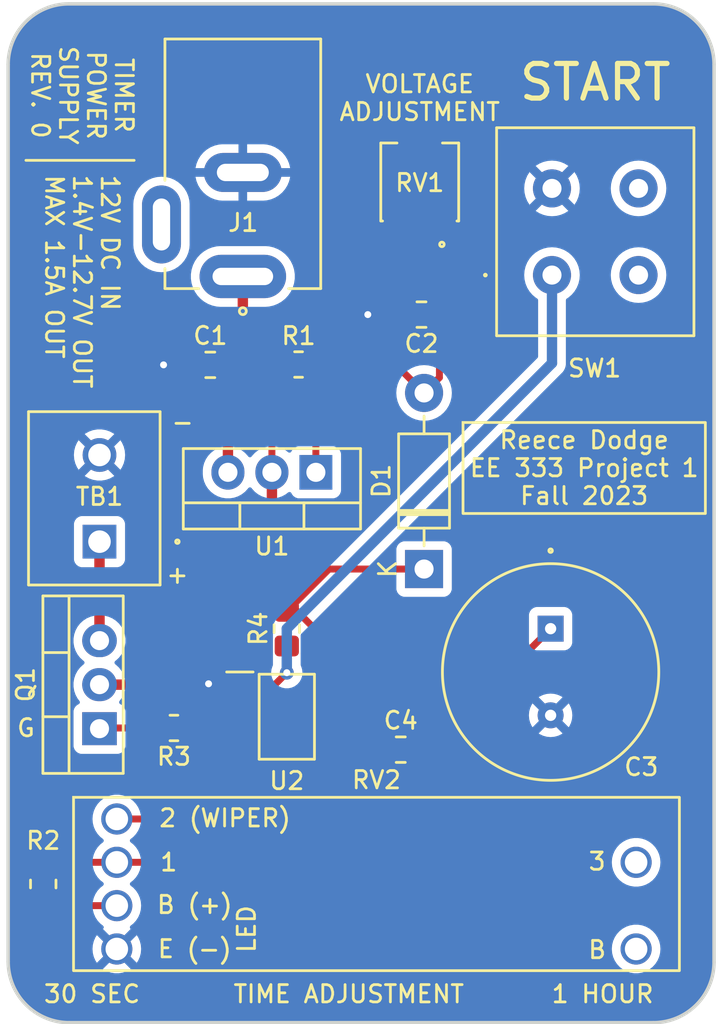
<source format=kicad_pcb>
(kicad_pcb (version 20221018) (generator pcbnew)
  (layers (0 "F.Cu" signal) (31 "B.Cu" signal) (34 "B.Paste" user) (35 "F.Paste" user) (36 "B.SilkS" user "B.Silkscreen") (37 "F.SilkS" user "F.Silkscreen") (38 "B.Mask" user) (39 "F.Mask" user) (44 "Edge.Cuts" user))
  (net 0 "")
  (net 1 "Net-(U2-CV)")
  (net 2 "GND")
  (net 3 "Net-(D1-A)")
  (net 5 "Net-(U1-VI)")
  (net 6 "Net-(Q1-G)")
  (net 7 "Net-(SW1-COM_1)")
  (net 11 "Net-(U2-Q)")
  (net 12 "Net-(Q1-S)")
  (net 13 "Net-(RV2-CCW)")
  (net 14 "/V_out")
  (net 15 "Net-(R4-Pad2)")
  (footprint "Diode_THT:D_DO-41_SOD81_P10.16mm_Horizontal" (layer "F.Cu") (at 91.75 93.08 90)
    (fp_text reference "D1" (at 5.08 -2.47 90) (layer "F.SilkS") (effects (font (thickness 0.16))))
    (fp_text value "1N4002")
    (fp_text user "K" (at 0 -2.1 90) (layer "F.SilkS") (effects (font (thickness 0.16))))
    (fp_line (start 1.34 0) (end 2.36 0) (stroke (width 0.16)) (layer "F.SilkS"))
    (fp_line (start 2.36 -1.47) (end 2.36 1.47) (stroke (width 0.16)) (layer "F.SilkS"))
    (fp_line (start 2.36 1.47) (end 7.8 1.47) (stroke (width 0.16)) (layer "F.SilkS"))
    (fp_line (start 3.14 -1.47) (end 3.14 1.47) (stroke (width 0.16)) (layer "F.SilkS"))
    (fp_line (start 3.26 -1.47) (end 3.26 1.47) (stroke (width 0.16)) (layer "F.SilkS"))
    (fp_line (start 3.38 -1.47) (end 3.38 1.47) (stroke (width 0.16)) (layer "F.SilkS"))
    (fp_line (start 7.8 -1.47) (end 2.36 -1.47) (stroke (width 0.16)) (layer "F.SilkS"))
    (fp_line (start 7.8 1.47) (end 7.8 -1.47) (stroke (width 0.16)) (layer "F.SilkS"))
    (fp_line (start 8.82 0) (end 7.8 0) (stroke (width 0.16)) (layer "F.SilkS"))
    (pad "1" thru_hole rect (at 0 0 90) (size 2.2 2.2) (drill 1.1) (layers "*.Cu" "*.Mask") (net 14 "/V_out"))
    (pad "2" thru_hole oval (at 10.16 0 90) (size 2.2 2.2) (drill 1.1) (layers "*.Cu" "*.Mask") (net 3 "Net-(D1-A)"))
  )
  (footprint "Resistor_SMD:R_0805_2012Metric_Pad1.20x1.40mm_HandSolder" (layer "F.Cu") (at 69.75 111.25 -90)
    (fp_text reference "R2" (at -2.5 0) (layer "F.SilkS") (effects (font (thickness 0.16))))
    (fp_text value "10K")
    (fp_line (start -0.227064 -0.735) (end 0.227064 -0.735) (stroke (width 0.16)) (layer "F.SilkS"))
    (fp_line (start -0.227064 0.735) (end 0.227064 0.735) (stroke (width 0.16)) (layer "F.SilkS"))
    (pad "1" smd roundrect (at -1 0 270) (size 1.2 1.4) (layers "F.Cu" "F.Paste" "F.Mask") (roundrect_rratio 0.2083333333) (net 13 "Net-(RV2-CCW)"))
    (pad "2" smd roundrect (at 1 0 270) (size 1.2 1.4) (layers "F.Cu" "F.Paste" "F.Mask") (roundrect_rratio 0.2083333333) (net 15 "Net-(R4-Pad2)"))
  )
  (footprint "Capacitor_SMD:C_0805_2012Metric_Pad1.18x1.45mm_HandSolder" (layer "F.Cu") (at 90.4025 103.5)
    (fp_text reference "C4" (at 0 -1.68) (layer "F.SilkS") (effects (font (thickness 0.16))))
    (fp_text value "0.1uF" hide)
    (fp_line (start -0.261252 -0.735) (end 0.261252 -0.735) (stroke (width 0.16)) (layer "F.SilkS"))
    (fp_line (start -0.261252 0.735) (end 0.261252 0.735) (stroke (width 0.16)) (layer "F.SilkS"))
    (pad "1" smd roundrect (at -1.0375 0) (size 1.175 1.45) (layers "F.Cu" "F.Paste" "F.Mask") (roundrect_rratio 0.2127659574) (net 1 "Net-(U2-CV)"))
    (pad "2" smd roundrect (at 1.0375 0) (size 1.175 1.45) (layers "F.Cu" "F.Paste" "F.Mask") (roundrect_rratio 0.2127659574) (net 2 "GND"))
  )
  (footprint "Power Jack - PJ-002A:PJ-002A" (layer "F.Cu") (at 81.28 76.2 90)
    (fp_text reference "J1" (at 3.1 0.02 180) (layer "F.SilkS") (effects (font (thickness 0.16))))
    (fp_text value "PJ-002A")
    (fp_line (start -0.7 -4.5) (end 0.45 -4.5) (stroke (width 0.16)) (layer "F.SilkS"))
    (fp_line (start -0.7 -2.55) (end -0.7 -4.5) (stroke (width 0.16)) (layer "F.SilkS"))
    (fp_line (start -0.7 4.5) (end -0.7 2.65) (stroke (width 0.16)) (layer "F.SilkS"))
    (fp_line (start 5.55 -4.5) (end 13.7 -4.5) (stroke (width 0.16)) (layer "F.SilkS"))
    (fp_line (start 13.7 -4.5) (end 13.7 4.5) (stroke (width 0.16)) (layer "F.SilkS"))
    (fp_line (start 13.7 4.5) (end -0.7 4.5) (stroke (width 0.16)) (layer "F.SilkS"))
    (fp_circle (center -2 0) (end -1.8 0) (stroke (width 0.16)) (fill none) (layer "F.SilkS"))
    (pad "1" thru_hole oval (at 0 0 90) (size 2.5 5) (drill oval 1 3.5) (layers "*.Cu" "*.Mask") (net 5 "Net-(U1-VI)"))
    (pad "2" thru_hole oval (at 6 0 90) (size 2.25 4.5) (drill oval 1 3) (layers "*.Cu" "*.Mask") (net 2 "GND"))
    (pad "3" thru_hole oval (at 3 -4.7 90) (size 4.5 2.25) (drill oval 3 1) (layers "*.Cu" "*.Mask"))
  )
  (footprint "Slide Potentiometer - PTL20-100O-105B2:PTL20-10O0-105B2" (layer "F.Cu") (at 89 111.25)
    (fp_text reference "RV2" (at 0 -6 unlocked) (layer "F.SilkS") (effects (font (thickness 0.16))))
    (fp_text value "PTL20-10O0-105B2")
    (fp_text user "E (-)" (at -10.5 3.75 unlocked) (layer "F.SilkS") (effects (font (thickness 0.16))))
    (fp_text user "B (+)" (at -10.5 1.2 unlocked) (layer "F.SilkS") (effects (font (thickness 0.16))))
    (fp_text user "B" (at 12.75 3.8 unlocked) (layer "F.SilkS") (effects (font (thickness 0.16) bold)))
    (fp_text user "LED" (at -7.5 2.6 90 unlocked) (layer "F.SilkS") (effects (font (thickness 0.16) bold)))
    (fp_text user "2 (WIPER)" (at -8.75 -3.8 unlocked) (layer "F.SilkS") (effects (font (thickness 0.16))))
    (fp_text user "1" (at -12 -1.25 unlocked) (layer "F.SilkS") (effects (font (thickness 0.16) bold)))
    (fp_text user "3" (at 12.75 -1.3 unlocked) (layer "F.SilkS") (effects (font (thickness 0.16) bold)))
    (fp_rect (start -17.5 -5) (end 17.5 5) (stroke (width 0.16)) (fill none) (layer "F.SilkS"))
    (pad "1" thru_hole circle (at -15 -1.25) (size 1.8 1.8) (drill 1.3) (layers "*.Cu" "*.Mask") (net 13 "Net-(RV2-CCW)"))
    (pad "2" thru_hole circle (at -15 -3.75) (size 1.8 1.8) (drill 1.3) (layers "*.Cu" "*.Mask") (net 14 "/V_out"))
    (pad "3" thru_hole circle (at 15 -1.25) (size 1.8 1.8) (drill 1.3) (layers "*.Cu" "*.Mask"))
    (pad "B" thru_hole circle (at 15 3.75) (size 1.8 1.8) (drill 1.3) (layers "*.Cu" "*.Mask"))
    (pad "E" thru_hole circle (at -15 3.75) (size 1.8 1.8) (drill 1.3) (layers "*.Cu" "*.Mask") (net 2 "GND"))
    (pad "L" thru_hole circle (at -15 1.25) (size 1.8 1.8) (drill 1.3) (layers "*.Cu" "*.Mask") (net 15 "Net-(R4-Pad2)"))
  )
  (footprint "555 Timer - NED555R:SOIC127P600X175-8N" (layer "F.Cu") (at 83.82 101.6)
    (fp_text reference "U2" (at 0 3.7) (layer "F.SilkS") (effects (font (thickness 0.16))))
    (fp_text value "NE555D" hide)
    (fp_line (start -3.475 -2.58) (end -1.948 -2.58) (stroke (width 0.16)) (layer "F.SilkS"))
    (fp_line (start -1.598 -2.452) (end 1.598 -2.452) (stroke (width 0.16)) (layer "F.SilkS"))
    (fp_line (start -1.598 2.452) (end -1.598 -2.452) (stroke (width 0.16)) (layer "F.SilkS"))
    (fp_line (start 1.598 -2.452) (end 1.598 2.452) (stroke (width 0.16)) (layer "F.SilkS"))
    (fp_line (start 1.598 2.452) (end -1.598 2.452) (stroke (width 0.16)) (layer "F.SilkS"))
    (pad "1" smd rect (at -2.711 -1.905 90) (size 0.65 1.528) (layers "F.Cu" "F.Paste" "F.Mask") (net 2 "GND"))
    (pad "2" smd rect (at -2.711 -0.635 90) (size 0.65 1.528) (layers "F.Cu" "F.Paste" "F.Mask") (net 7 "Net-(SW1-COM_1)"))
    (pad "3" smd rect (at -2.711 0.635 90) (size 0.65 1.528) (layers "F.Cu" "F.Paste" "F.Mask") (net 11 "Net-(U2-Q)"))
    (pad "4" smd rect (at -2.711 1.905 90) (size 0.65 1.528) (layers "F.Cu" "F.Paste" "F.Mask") (net 14 "/V_out"))
    (pad "5" smd rect (at 2.711 1.905 90) (size 0.65 1.528) (layers "F.Cu" "F.Paste" "F.Mask") (net 1 "Net-(U2-CV)"))
    (pad "6" smd rect (at 2.711 0.635 90) (size 0.65 1.528) (layers "F.Cu" "F.Paste" "F.Mask") (net 13 "Net-(RV2-CCW)"))
    (pad "7" smd rect (at 2.711 -0.635 90) (size 0.65 1.528) (layers "F.Cu" "F.Paste" "F.Mask") (net 13 "Net-(RV2-CCW)"))
    (pad "8" smd rect (at 2.711 -1.905 90) (size 0.65 1.528) (layers "F.Cu" "F.Paste" "F.Mask") (net 14 "/V_out"))
  )
  (footprint "Package_TO_SOT_THT:TO-220-3_Vertical" (layer "F.Cu") (at 85.5 87.5 180)
    (fp_text reference "U1" (at 2.54 -4.27) (layer "F.SilkS") (effects (font (thickness 0.16))))
    (fp_text value "LM317_SOT-223" hide)
    (fp_line (start -2.58 -3.27) (end -2.58 1.371) (stroke (width 0.16)) (layer "F.SilkS"))
    (fp_line (start -2.58 -3.27) (end 7.66 -3.27) (stroke (width 0.16)) (layer "F.SilkS"))
    (fp_line (start -2.58 -1.76) (end 7.66 -1.76) (stroke (width 0.16)) (layer "F.SilkS"))
    (fp_line (start -2.58 1.371) (end 7.66 1.371) (stroke (width 0.16)) (layer "F.SilkS"))
    (fp_line (start 0.69 -3.27) (end 0.69 -1.76) (stroke (width 0.16)) (layer "F.SilkS"))
    (fp_line (start 4.391 -3.27) (end 4.391 -1.76) (stroke (width 0.16)) (layer "F.SilkS"))
    (fp_line (start 7.66 -3.27) (end 7.66 1.371) (stroke (width 0.16)) (layer "F.SilkS"))
    (pad "1" thru_hole rect (at 0 0 180) (size 1.905 2) (drill 1.1) (layers "*.Cu" "*.Mask") (net 3 "Net-(D1-A)"))
    (pad "2" thru_hole oval (at 2.54 0 180) (size 1.905 2) (drill 1.1) (layers "*.Cu" "*.Mask") (net 14 "/V_out"))
    (pad "3" thru_hole oval (at 5.08 0 180) (size 1.905 2) (drill 1.1) (layers "*.Cu" "*.Mask") (net 5 "Net-(U1-VI)"))
  )
  (footprint "Resistor_SMD:R_0805_2012Metric_Pad1.20x1.40mm_HandSolder" (layer "F.Cu") (at 84.5 81.28)
    (fp_text reference "R1" (at 0 -1.65) (layer "F.SilkS") (effects (font (thickness 0.16))))
    (fp_text value "240")
    (fp_line (start -0.227064 -0.735) (end 0.227064 -0.735) (stroke (width 0.16)) (layer "F.SilkS"))
    (fp_line (start -0.227064 0.735) (end 0.227064 0.735) (stroke (width 0.16)) (layer "F.SilkS"))
    (pad "1" smd roundrect (at -1 0) (size 1.2 1.4) (layers "F.Cu" "F.Paste" "F.Mask") (roundrect_rratio 0.2083333333) (net 14 "/V_out"))
    (pad "2" smd roundrect (at 1 0) (size 1.2 1.4) (layers "F.Cu" "F.Paste" "F.Mask") (roundrect_rratio 0.2083333333) (net 3 "Net-(D1-A)"))
  )
  (footprint "Capacitor_SMD:C_0805_2012Metric_Pad1.18x1.45mm_HandSolder" (layer "F.Cu") (at 79.4 81.3)
    (fp_text reference "C1" (at 0 -1.68) (layer "F.SilkS") (effects (font (thickness 0.16))))
    (fp_text value "10uF")
    (fp_line (start -0.261252 -0.735) (end 0.261252 -0.735) (stroke (width 0.16)) (layer "F.SilkS"))
    (fp_line (start -0.261252 0.735) (end 0.261252 0.735) (stroke (width 0.16)) (layer "F.SilkS"))
    (pad "1" smd roundrect (at -1.0375 0) (size 1.175 1.45) (layers "F.Cu" "F.Paste" "F.Mask") (roundrect_rratio 0.2127659574) (net 2 "GND"))
    (pad "2" smd roundrect (at 1.0375 0) (size 1.175 1.45) (layers "F.Cu" "F.Paste" "F.Mask") (roundrect_rratio 0.2127659574) (net 5 "Net-(U1-VI)"))
  )
  (footprint "Resistor_SMD:R_0805_2012Metric_Pad1.20x1.40mm_HandSolder" (layer "F.Cu") (at 77.3 102.25 180)
    (fp_text reference "R3" (at 0 -1.65) (layer "F.SilkS") (effects (font (thickness 0.16))))
    (fp_text value "10K")
    (fp_line (start -0.227064 -0.735) (end 0.227064 -0.735) (stroke (width 0.16)) (layer "F.SilkS"))
    (fp_line (start -0.227064 0.735) (end 0.227064 0.735) (stroke (width 0.16)) (layer "F.SilkS"))
    (pad "1" smd roundrect (at -1 0 180) (size 1.2 1.4) (layers "F.Cu" "F.Paste" "F.Mask") (roundrect_rratio 0.2083333333) (net 11 "Net-(U2-Q)"))
    (pad "2" smd roundrect (at 1 0 180) (size 1.2 1.4) (layers "F.Cu" "F.Paste" "F.Mask") (roundrect_rratio 0.2083333333) (net 6 "Net-(Q1-G)"))
  )
  (footprint "SMD Trimmer Potentiometer - 3314J-1-222E:TRIM_3314J-1-222E" (layer "F.Cu") (at 91.5 70.75)
    (fp_text reference "RV1" (at 0 0.05) (layer "F.SilkS") (effects (font (thickness 0.16))))
    (fp_text value "2.2K")
    (fp_line (start -2.25 -2.25) (end -2.25 2.25) (stroke (width 0.16)) (layer "F.SilkS"))
    (fp_line (start -2.25 2.25) (end -2.15 2.25) (stroke (width 0.16)) (layer "F.SilkS"))
    (fp_line (start -1.315 -2.25) (end -2.25 -2.25) (stroke (width 0.16)) (layer "F.SilkS"))
    (fp_line (start 2.15 2.25) (end 2.25 2.25) (stroke (width 0.16)) (layer "F.SilkS"))
    (fp_line (start 2.25 -2.25) (end 1.315 -2.25) (stroke (width 0.16)) (layer "F.SilkS"))
    (fp_line (start 2.25 2.25) (end 2.25 -2.25) (stroke (width 0.16)) (layer "F.SilkS"))
    (fp_circle (center 1.28 3.6) (end 1.33 3.6) (stroke (width 0.16)) (fill none) (layer "F.SilkS"))
    (pad "1" smd rect (at 1.15 2 90) (size 2 1.3) (layers "F.Cu" "F.Paste" "F.Mask") (net 3 "Net-(D1-A)"))
    (pad "2" smd rect (at 0 -2 180) (size 2 2) (layers "F.Cu" "F.Paste" "F.Mask") (net 2 "GND"))
    (pad "3" smd rect (at -1.15 2 270) (size 2 1.3) (layers "F.Cu" "F.Paste" "F.Mask"))
  )
  (footprint "Resistor_SMD:R_0805_2012Metric_Pad1.20x1.40mm_HandSolder" (layer "F.Cu") (at 83.82 96.52 90)
    (fp_text reference "R4" (at 0 -1.65 90) (layer "F.SilkS") (effects (font (thickness 0.16))))
    (fp_text value "10K")
    (fp_line (start -0.227064 -0.735) (end 0.227064 -0.735) (stroke (width 0.16)) (layer "F.SilkS"))
    (fp_line (start -0.227064 0.735) (end 0.227064 0.735) (stroke (width 0.16)) (layer "F.SilkS"))
    (pad "1" smd roundrect (at -1 0 90) (size 1.2 1.4) (layers "F.Cu" "F.Paste" "F.Mask") (roundrect_rratio 0.2083333333) (net 7 "Net-(SW1-COM_1)"))
    (pad "2" smd roundrect (at 1 0 90) (size 1.2 1.4) (layers "F.Cu" "F.Paste" "F.Mask") (roundrect_rratio 0.2083333333) (net 14 "/V_out"))
  )
  (footprint "Pushbutton Switch - D6C90 F2 LFS:D6C90F2LFS" (layer "F.Cu") (at 99.14 76.12)
    (fp_text reference "SW1" (at 2.46 5.38) (layer "F.SilkS") (effects (font (thickness 0.16))))
    (fp_text value "START" hide)
    (fp_line (start -3.9 0) (end -3.9 0) (stroke (width 0.16)) (layer "F.SilkS"))
    (fp_line (start -3.9 0) (end -3.9 0) (stroke (width 0.16)) (layer "F.SilkS"))
    (fp_line (start -3.8 0) (end -3.8 0) (stroke (width 0.16)) (layer "F.SilkS"))
    (fp_line (start -3.2 -8.5) (end 8.2 -8.5) (stroke (width 0.16)) (layer "F.SilkS"))
    (fp_line (start -3.2 3.5) (end -3.2 -8.5) (stroke (width 0.16)) (layer "F.SilkS"))
    (fp_line (start 8.2 -8.5) (end 8.2 3.5) (stroke (width 0.16)) (layer "F.SilkS"))
    (fp_line (start 8.2 3.5) (end -3.2 3.5) (stroke (width 0.16)) (layer "F.SilkS"))
    (fp_arc (start -3.9 0) (mid -3.85 -0.05) (end -3.8 0) (stroke (width 0.16)) (layer "F.SilkS"))
    (fp_arc (start -3.8 0) (mid -3.85 0.05) (end -3.9 0) (stroke (width 0.16)) (layer "F.SilkS"))
    (fp_arc (start -3.8 0) (mid -3.85 0.05) (end -3.9 0) (stroke (width 0.16)) (layer "F.SilkS"))
    (pad "1" thru_hole circle (at 0 0) (size 2.2 2.2) (drill 1.1) (layers "*.Cu" "*.Mask") (net 7 "Net-(SW1-COM_1)"))
    (pad "2" thru_hole circle (at 5 0) (size 2.2 2.2) (drill 1.1) (layers "*.Cu" "*.Mask"))
    (pad "3" thru_hole circle (at 0 -5) (size 2.2 2.2) (drill 1.1) (layers "*.Cu" "*.Mask") (net 2 "GND"))
    (pad "4" thru_hole circle (at 5 -5) (size 2.2 2.2) (drill 1.1) (layers "*.Cu" "*.Mask"))
  )
  (footprint "Terminal Block - TB002-500-02BE:CUI_TB002-500-02BE" (layer "F.Cu") (at 73 91.5 90)
    (fp_text reference "TB1" (at 2.6 0 180) (layer "F.SilkS") (effects (font (thickness 0.16))))
    (fp_text value "TB002-500-02BE" hide)
    (fp_line (start -2.5 -4.1) (end 7.5 -4.1) (stroke (width 0.16)) (layer "F.SilkS"))
    (fp_line (start -2.5 3.5) (end -2.5 -4.1) (stroke (width 0.16)) (layer "F.SilkS"))
    (fp_line (start 7.5 -4.1) (end 7.5 3.5) (stroke (width 0.16)) (layer "F.SilkS"))
    (fp_line (start 7.5 3.5) (end -2.5 3.5) (stroke (width 0.16)) (layer "F.SilkS"))
    (fp_circle (center 0 4.5) (end 0.1 4.5) (stroke (width 0.16)) (fill none) (layer "F.SilkS"))
    (pad "1" thru_hole rect (at 0 0 90) (size 1.95 1.95) (drill 1.3) (layers "*.Cu" "*.Mask") (net 12 "Net-(Q1-S)"))
    (pad "2" thru_hole circle (at 5 0 90) (size 1.95 1.95) (drill 1.3) (layers "*.Cu" "*.Mask") (net 2 "GND"))
  )
  (footprint "3300uF Capacitor - ECA-1CHG332:ECA-1CHG332" (layer "F.Cu") (at 99.06 99.02 -90)
    (fp_text reference "C3" (at 5.48 -5.24) (layer "F.SilkS") (effects (font (thickness 0.16))))
    (fp_text value "3300uF")
    (fp_circle (center -7 0) (end -6.9 0) (stroke (width 0.16)) (fill none) (layer "F.SilkS"))
    (fp_circle (center 0 0) (end 6.25 0) (stroke (width 0.16)) (fill none) (layer "F.SilkS"))
    (pad "N" thru_hole circle (at 2.5 0 270) (size 1.5 1.5) (drill 0.65) (layers "*.Cu" "*.Mask") (net 2 "GND"))
    (pad "P" thru_hole rect (at -2.5 0 270) (size 1.5 1.5) (drill 0.65) (layers "*.Cu" "*.Mask") (net 13 "Net-(RV2-CCW)"))
  )
  (footprint "Package_TO_SOT_THT:TO-220-3_Vertical" (layer "F.Cu") (at 73 102.29 90)
    (fp_text reference "Q1" (at 2.54 -4.27 90) (layer "F.SilkS") (effects (font (thickness 0.16))))
    (fp_text value "Q_NMOS_GDS")
    (fp_line (start -2.58 -3.27) (end -2.58 1.371) (stroke (width 0.16)) (layer "F.SilkS"))
    (fp_line (start -2.58 -3.27) (end 7.66 -3.27) (stroke (width 0.16)) (layer "F.SilkS"))
    (fp_line (start -2.58 -1.76) (end 7.66 -1.76) (stroke (width 0.16)) (layer "F.SilkS"))
    (fp_line (start -2.58 1.371) (end 7.66 1.371) (stroke (width 0.16)) (layer "F.SilkS"))
    (fp_line (start 0.69 -3.27) (end 0.69 -1.76) (stroke (width 0.16)) (layer "F.SilkS"))
    (fp_line (start 4.391 -3.27) (end 4.391 -1.76) (stroke (width 0.16)) (layer "F.SilkS"))
    (fp_line (start 7.66 -3.27) (end 7.66 1.371) (stroke (width 0.16)) (layer "F.SilkS"))
    (pad "1" thru_hole rect (at 0 0 90) (size 1.905 2) (drill 1.1) (layers "*.Cu" "*.Mask") (net 6 "Net-(Q1-G)"))
    (pad "2" thru_hole oval (at 2.54 0 90) (size 1.905 2) (drill 1.1) (layers "*.Cu" "*.Mask") (net 14 "/V_out"))
    (pad "3" thru_hole oval (at 5.08 0 90) (size 1.905 2) (drill 1.1) (layers "*.Cu" "*.Mask") (net 12 "Net-(Q1-S)"))
  )
  (footprint "Capacitor_SMD:C_0805_2012Metric_Pad1.18x1.45mm_HandSolder" (layer "F.Cu") (at 91.6 78.4 180)
    (fp_text reference "C2" (at 0 -1.68) (layer "F.SilkS") (effects (font (thickness 0.16))))
    (fp_text value "10uF")
    (fp_line (start -0.261252 -0.735) (end 0.261252 -0.735) (stroke (width 0.16)) (layer "F.SilkS"))
    (fp_line (start -0.261252 0.735) (end 0.261252 0.735) (stroke (width 0.16)) (layer "F.SilkS"))
    (pad "1" smd roundrect (at -1.0375 0 180) (size 1.175 1.45) (layers "F.Cu" "F.Paste" "F.Mask") (roundrect_rratio 0.2127659574) (net 3 "Net-(D1-A)"))
    (pad "2" smd roundrect (at 1.0375 0 180) (size 1.175 1.45) (layers "F.Cu" "F.Paste" "F.Mask") (roundrect_rratio 0.2127659574) (net 2 "GND"))
  )
  (gr_rect (start 94 84.625) (end 108 89.875) (stroke (width 0.16)) (fill none) (layer "F.SilkS"))
  (gr_line (start 75 69.5) (end 68.75 69.5) (stroke (width 0.16)) (layer "F.SilkS"))
  (gr_arc (start 108.5 115.75) (mid 107.474874 118.224873) (end 105 119.25) (stroke (width 0.2)) (layer "Edge.Cuts"))
  (gr_arc (start 67.724873 63.974873) (mid 68.75 61.5) (end 71.224873 60.474873) (stroke (width 0.2)) (layer "Edge.Cuts"))
  (gr_line (start 105 60.474873) (end 71.224873 60.474873) (stroke (width 0.2)) (layer "Edge.Cuts"))
  (gr_line (start 108.5 115.75) (end 108.5 63.974873) (stroke (width 0.2)) (layer "Edge.Cuts"))
  (gr_line (start 67.724873 115.724873) (end 67.724873 63.974873) (stroke (width 0.2)) (layer "Edge.Cuts"))
  (gr_arc (start 71.25 119.25) (mid 68.757359 118.217514) (end 67.724873 115.724873) (stroke (width 0.2)) (layer "Edge.Cuts"))
  (gr_line (start 105 119.25) (end 71.25 119.25) (stroke (width 0.2)) (layer "Edge.Cuts"))
  (gr_arc (start 105 60.474873) (mid 107.474873 61.5) (end 108.5 63.974873) (stroke (width 0.2)) (layer "Edge.Cuts"))
  (gr_text "1 HOUR" (at 105.1 117.6) (layer "F.SilkS") (effects (font (size 1 1) (thickness 0.16)) (justify right)))
  (gr_text "30 SEC" (at 69.7 117.6) (layer "F.SilkS") (effects (font (size 1 1) (thickness 0.16)) (justify left)))
  (gr_text "G" (at 68.75 102.25) (layer "F.SilkS") (effects (font (size 1 1) (thickness 0.16) bold)))
  (gr_text "VOLTAGE\nADJUSTMENT" (at 91.5 65.9) (layer "F.SilkS") (effects (font (size 1 1) (thickness 0.16) bold)))
  (gr_text "Reece Dodge\nEE 333 Project 1\nFall 2023" (at 101 87.25) (layer "F.SilkS") (effects (font (size 1 1) (thickness 0.16))))
  (gr_text "START" (at 101.64 65) (layer "F.SilkS") (effects (font (size 2 2) (thickness 0.3))))
  (gr_text "12V DC IN\n1.4V-12.7V OUT\nMAX 1.5A OUT" (at 72 70.25 270) (layer "F.SilkS") (effects (font (size 1 1) (thickness 0.16)) (justify left)))
  (gr_text "TIME ADJUSTMENT" (at 87.4 117.6) (layer "F.SilkS") (effects (font (size 1 1) (thickness 0.16))))
  (gr_text "+" (at 77.5 93.4) (layer "F.SilkS") (effects (font (size 1 1) (thickness 0.16))))
  (gr_text "-" (at 77.8 84.6) (layer "F.SilkS") (effects (font (size 1 1) (thickness 0.16) bold)))
  (gr_text "TIMER\nPOWER\nSUPPLY\nREV. 0" (at 72 65.75 -90) (layer "F.SilkS") (effects (font (size 1 1) (thickness 0.16) bold)))
  (segment (start 86.531 103.505) (end 89.36 103.505) (width 0.4) (layer "F.Cu") (net 1))
  (segment (start 89.36 103.505) (end 89.365 103.5) (width 0.4) (layer "F.Cu") (net 1))
  (segment (start 91.5 68.75) (end 96.77 68.75) (width 0.4) (layer "F.Cu") (net 2))
  (segment (start 97.08 103.5) (end 99.06 101.52) (width 0.4) (layer "F.Cu") (net 2))
  (segment (start 78.3625 81.3) (end 76.7 81.3) (width 0.6) (layer "F.Cu") (net 2))
  (segment (start 96.77 68.75) (end 99.14 71.12) (width 0.4) (layer "F.Cu") (net 2))
  (segment (start 88.5 78.4) (end 90.5625 78.4) (width 0.4) (layer "F.Cu") (net 2))
  (segment (start 79.305 99.695) (end 79.3 99.7) (width 0.6) (layer "F.Cu") (net 2))
  (segment (start 81.109 99.695) (end 79.305 99.695) (width 0.65) (layer "F.Cu") (net 2))
  (segment (start 81.014 99.6) (end 81.109 99.695) (width 0.25) (layer "F.Cu") (net 2))
  (segment (start 91.44 103.5) (end 97.08 103.5) (width 0.4) (layer "F.Cu") (net 2))
  (via (at 88.5 78.4) (size 0.8) (drill 0.4) (layers "F.Cu" "B.Cu") (net 2))
  (via (at 76.7 81.3) (size 0.8) (drill 0.4) (layers "F.Cu" "B.Cu") (net 2))
  (via (at 79.3 99.7) (size 0.8) (drill 0.4) (layers "F.Cu" "B.Cu") (net 2))
  (segment (start 92.6375 78.4) (end 92.6375 82.0325) (width 0.4) (layer "F.Cu") (net 3))
  (segment (start 92.6 73.13) (end 92.59 73.12) (width 0.4) (layer "F.Cu") (net 3))
  (segment (start 92.6 78.094239) (end 92.6 73.13) (width 0.4) (layer "F.Cu") (net 3))
  (segment (start 85.5 81.28) (end 90.11 81.28) (width 0.4) (layer "F.Cu") (net 3))
  (segment (start 92.6 78.4375) (end 92.6375 78.4) (width 0.4) (layer "F.Cu") (net 3))
  (segment (start 92.4875 78.75) (end 92.4775 78.74) (width 0.4) (layer "F.Cu") (net 3))
  (segment (start 90.11 81.28) (end 91.75 82.92) (width 0.4) (layer "F.Cu") (net 3))
  (segment (start 85.5 87.5) (end 85.5 81.28) (width 0.4) (layer "F.Cu") (net 3))
  (segment (start 92.6375 82.0325) (end 91.75 82.92) (width 0.4) (layer "F.Cu") (net 3))
  (segment (start 80.42 81.3175) (end 80.4375 81.3) (width 0.6) (layer "F.Cu") (net 5))
  (segment (start 81.28 80.4575) (end 80.4375 81.3) (width 0.6) (layer "F.Cu") (net 5))
  (segment (start 80.42 87.5) (end 80.42 81.3175) (width 0.6) (layer "F.Cu") (net 5))
  (segment (start 81.28 76.2) (end 81.28 80.4575) (width 0.6) (layer "F.Cu") (net 5))
  (segment (start 76.3 102.25) (end 73.04 102.25) (width 0.4) (layer "F.Cu") (net 6))
  (segment (start 73.04 102.25) (end 73 102.29) (width 0.4) (layer "F.Cu") (net 6))
  (segment (start 83.82 97.52) (end 83.82 99.06) (width 0.4) (layer "F.Cu") (net 7))
  (segment (start 81.915 100.965) (end 81.109 100.965) (width 0.4) (layer "F.Cu") (net 7))
  (segment (start 83.82 99.06) (end 81.915 100.965) (width 0.4) (layer "F.Cu") (net 7))
  (via (at 83.82 99.06) (size 0.8) (drill 0.4) (layers "F.Cu" "B.Cu") (net 7))
  (segment (start 99.14 76.12) (end 99.14 81.2) (width 0.6) (layer "B.Cu") (net 7))
  (segment (start 83.82 96.52) (end 83.82 99.06) (width 0.6) (layer "B.Cu") (net 7))
  (segment (start 99.14 81.2) (end 83.82 96.52) (width 0.6) (layer "B.Cu") (net 7))
  (segment (start 78.315 102.235) (end 78.3 102.25) (width 0.4) (layer "F.Cu") (net 11))
  (segment (start 81.109 102.235) (end 78.315 102.235) (width 0.4) (layer "F.Cu") (net 11))
  (segment (start 73 97.21) (end 73 91.5) (width 0.6) (layer "F.Cu") (net 12))
  (segment (start 85.965 102.235) (end 86.531 102.235) (width 0.4) (layer "F.Cu") (net 13))
  (segment (start 78.327 110) (end 74 110) (width 0.4) (layer "F.Cu") (net 13))
  (segment (start 94.615 100.965) (end 86.531 100.965) (width 0.4) (layer "F.Cu") (net 13))
  (segment (start 86.531 102.235) (end 86.092 102.235) (width 0.4) (layer "F.Cu") (net 13))
  (segment (start 74 110) (end 70 110) (width 0.4) (layer "F.Cu") (net 13))
  (segment (start 86.531 102.235) (end 86.015 102.235) (width 0.4) (layer "F.Cu") (net 13))
  (segment (start 86.092 102.235) (end 78.327 110) (width 0.4) (layer "F.Cu") (net 13))
  (segment (start 99.06 96.52) (end 94.615 100.965) (width 0.4) (layer "F.Cu") (net 13))
  (segment (start 70 110) (end 69.75 110.25) (width 0.4) (layer "F.Cu") (net 13))
  (segment (start 86.531 100.965) (end 86.531 102.235) (width 0.6) (layer "F.Cu") (net 13))
  (segment (start 82.96 92.24) (end 82.96 91.5) (width 0.6) (layer "F.Cu") (net 14))
  (segment (start 82.96 87.5) (end 82.96 94.66) (width 0.4) (layer "F.Cu") (net 14))
  (segment (start 86.531 97.631) (end 84.42 95.52) (width 0.4) (layer "F.Cu") (net 14))
  (segment (start 86.531 99.695) (end 85.555 99.695) (width 0.4) (layer "F.Cu") (net 14))
  (segment (start 81.109 103.591) (end 77.2 107.5) (width 0.4) (layer "F.Cu") (net 14))
  (segment (start 82.96 81.82) (end 83.5 81.28) (width 0.4) (layer "F.Cu") (net 14))
  (segment (start 86.26 93.08) (end 83.82 95.52) (width 0.4) (layer "F.Cu") (net 14))
  (segment (start 81.109 103.505) (end 81.548 103.505) (width 0.25) (layer "F.Cu") (net 14))
  (segment (start 86.531 99.695) (end 86.531 97.631) (width 0.4) (layer "F.Cu") (net 14))
  (segment (start 85.555 99.695) (end 81.745 103.505) (width 0.4) (layer "F.Cu") (net 14))
  (segment (start 91.75 93.08) (end 86.26 93.08) (width 0.4) (layer "F.Cu") (net 14))
  (segment (start 84.42 95.52) (end 83.82 95.52) (width 0.4) (layer "F.Cu") (net 14))
  (segment (start 75.45 99.75) (end 82.96 92.24) (width 0.6) (layer "F.Cu") (net 14))
  (segment (start 73 99.75) (end 75.45 99.75) (width 0.6) (layer "F.Cu") (net 14))
  (segment (start 81.745 103.505) (end 81.109 103.505) (width 0.4) (layer "F.Cu") (net 14))
  (segment (start 81.109 103.505) (end 81.109 103.591) (width 0.4) (layer "F.Cu") (net 14))
  (segment (start 82.96 91.5) (end 82.96 87.5) (width 0.6) (layer "F.Cu") (net 14))
  (segment (start 77.2 107.5) (end 74 107.5) (width 0.4) (layer "F.Cu") (net 14))
  (segment (start 82.96 87.5) (end 82.96 81.82) (width 0.4) (layer "F.Cu") (net 14))
  (segment (start 82.96 94.66) (end 83.82 95.52) (width 0.4) (layer "F.Cu") (net 14))
  (segment (start 70 112.5) (end 69.75 112.25) (width 0.4) (layer "F.Cu") (net 15))
  (segment (start 74 112.5) (end 70 112.5) (width 0.4) (layer "F.Cu") (net 15))
  (zone (net 2) (net_name "GND") (layer "B.Cu") (connect_pads (clearance 0.5)) (min_thickness 0.25) (fill yes (thermal_gap 0.5) (thermal_bridge_width 0.5))
    (polygon (pts (xy 67.75 119.25) (xy 108.75 119.25) (xy 108.75 60.25) (xy 67.5 60.25) (xy 67.5 119)))
  )
)
</source>
